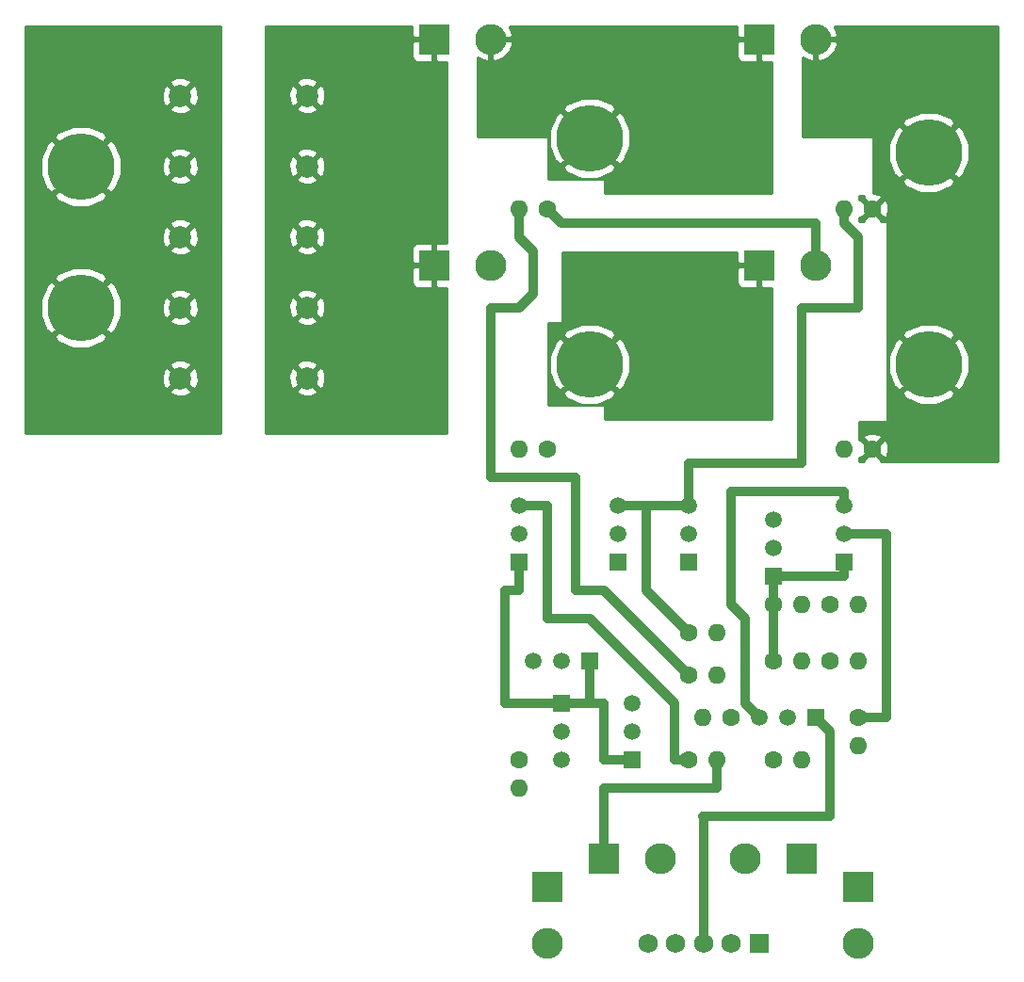
<source format=gbr>
G04 #@! TF.FileFunction,Copper,L2,Bot,Signal*
%FSLAX46Y46*%
G04 Gerber Fmt 4.6, Leading zero omitted, Abs format (unit mm)*
G04 Created by KiCad (PCBNEW 4.0.7) date 01/06/18 10:05:55*
%MOMM*%
%LPD*%
G01*
G04 APERTURE LIST*
%ADD10C,0.100000*%
%ADD11C,1.600000*%
%ADD12O,1.600000X1.600000*%
%ADD13C,1.520000*%
%ADD14R,1.520000X1.520000*%
%ADD15C,2.000000*%
%ADD16R,2.800000X2.800000*%
%ADD17O,2.800000X2.800000*%
%ADD18C,5.999480*%
%ADD19R,1.750000X1.750000*%
%ADD20C,1.750000*%
%ADD21C,0.812800*%
%ADD22C,0.254000*%
G04 APERTURE END LIST*
D10*
D11*
X132080000Y-85090000D03*
D12*
X129540000Y-85090000D03*
D13*
X153670000Y-109220000D03*
X151130000Y-109220000D03*
D14*
X156210000Y-109220000D03*
D11*
X148590000Y-109220000D03*
D12*
X146050000Y-109220000D03*
D15*
X110490000Y-72390000D03*
X99090000Y-72390000D03*
D16*
X132080000Y-124460000D03*
D17*
X132080000Y-129540000D03*
D16*
X137160000Y-121920000D03*
D17*
X142240000Y-121920000D03*
D16*
X154940000Y-121920000D03*
D17*
X149860000Y-121920000D03*
D16*
X160020000Y-124460000D03*
D17*
X160020000Y-129540000D03*
D16*
X121920000Y-68580000D03*
D17*
X127000000Y-68580000D03*
D16*
X151130000Y-68580000D03*
D17*
X156210000Y-68580000D03*
D16*
X121920000Y-48260000D03*
D17*
X127000000Y-48260000D03*
D16*
X151130000Y-48260000D03*
D17*
X156210000Y-48260000D03*
D18*
X166370000Y-77470000D03*
X90170000Y-59690000D03*
X135890000Y-77470000D03*
X135890000Y-57150000D03*
X90170000Y-72390000D03*
X166370000Y-58420000D03*
D13*
X133350000Y-110490000D03*
X133350000Y-113030000D03*
D14*
X133350000Y-107950000D03*
D13*
X133350000Y-104140000D03*
X130810000Y-104140000D03*
D14*
X135890000Y-104140000D03*
D13*
X158750000Y-92710000D03*
X158750000Y-90170000D03*
D14*
X158750000Y-95250000D03*
D13*
X129540000Y-92710000D03*
X129540000Y-90170000D03*
D14*
X129540000Y-95250000D03*
D13*
X138430000Y-92710000D03*
X138430000Y-90170000D03*
D14*
X138430000Y-95250000D03*
D13*
X139700000Y-110490000D03*
X139700000Y-107950000D03*
D14*
X139700000Y-113030000D03*
D13*
X152400000Y-93980000D03*
X152400000Y-91440000D03*
D14*
X152400000Y-96520000D03*
D13*
X144780000Y-92710000D03*
X144780000Y-90170000D03*
D14*
X144780000Y-95250000D03*
D11*
X157480000Y-104140000D03*
D12*
X160020000Y-104140000D03*
D11*
X152400000Y-113030000D03*
D12*
X154940000Y-113030000D03*
D11*
X152400000Y-104140000D03*
D12*
X154940000Y-104140000D03*
D11*
X129540000Y-113030000D03*
D12*
X129540000Y-115570000D03*
D11*
X144780000Y-113030000D03*
D12*
X147320000Y-113030000D03*
D11*
X157480000Y-99060000D03*
D12*
X160020000Y-99060000D03*
D11*
X144780000Y-101600000D03*
D12*
X147320000Y-101600000D03*
D11*
X152400000Y-99060000D03*
D12*
X154940000Y-99060000D03*
D11*
X144780000Y-105410000D03*
D12*
X147320000Y-105410000D03*
D11*
X160020000Y-109220000D03*
D12*
X160020000Y-111760000D03*
D11*
X161290000Y-85090000D03*
D12*
X158750000Y-85090000D03*
D11*
X132080000Y-63500000D03*
D12*
X129540000Y-63500000D03*
D11*
X161290000Y-63500000D03*
D12*
X158750000Y-63500000D03*
D15*
X110490000Y-53340000D03*
X99090000Y-53340000D03*
X110490000Y-59690000D03*
X99090000Y-59690000D03*
X110490000Y-66040000D03*
X99090000Y-66040000D03*
X110490000Y-78740000D03*
X99090000Y-78740000D03*
D19*
X151130000Y-129540000D03*
D20*
X148630000Y-129540000D03*
X146130000Y-129540000D03*
X143630000Y-129540000D03*
X141130000Y-129540000D03*
D21*
X147320000Y-118110000D02*
X146050000Y-118110000D01*
X146130000Y-118190000D02*
X146130000Y-120570000D01*
X146050000Y-118110000D02*
X146130000Y-118190000D01*
X132080000Y-63500000D02*
X133350000Y-64770000D01*
X158750000Y-95250000D02*
X158750000Y-96520000D01*
X152400000Y-96520000D02*
X158750000Y-96520000D01*
X156210000Y-109220000D02*
X157480000Y-110490000D01*
X146130000Y-120570000D02*
X146130000Y-129540000D01*
X157480000Y-118110000D02*
X147320000Y-118110000D01*
X157480000Y-110490000D02*
X157480000Y-118110000D01*
X135890000Y-107950000D02*
X137160000Y-107950000D01*
X137160000Y-113030000D02*
X139700000Y-113030000D01*
X137160000Y-107950000D02*
X137160000Y-113030000D01*
X133350000Y-107950000D02*
X135890000Y-107950000D01*
X135890000Y-107950000D02*
X135890000Y-104140000D01*
X152400000Y-96520000D02*
X152400000Y-99060000D01*
X128270000Y-107950000D02*
X128270000Y-97790000D01*
X133350000Y-107950000D02*
X132080000Y-107950000D01*
X132080000Y-107950000D02*
X128270000Y-107950000D01*
X132080000Y-63500000D02*
X132080000Y-63500000D01*
X156210000Y-64770000D02*
X156210000Y-68580000D01*
X133350000Y-64770000D02*
X156210000Y-64770000D01*
X156210000Y-67310000D02*
X156210000Y-68580000D01*
X129540000Y-95250000D02*
X129540000Y-97790000D01*
X128270000Y-97790000D02*
X129540000Y-97790000D01*
X152400000Y-99060000D02*
X152400000Y-104140000D01*
X147320000Y-113030000D02*
X147320000Y-115570000D01*
X137160000Y-115570000D02*
X137160000Y-121920000D01*
X147320000Y-115570000D02*
X137160000Y-115570000D01*
X158750000Y-90170000D02*
X158750000Y-88900000D01*
X158750000Y-88900000D02*
X157480000Y-88900000D01*
X149860000Y-107950000D02*
X151130000Y-109220000D01*
X149860000Y-100330000D02*
X149860000Y-107950000D01*
X148590000Y-99060000D02*
X149860000Y-100330000D01*
X148590000Y-88900000D02*
X148590000Y-99060000D01*
X157480000Y-88900000D02*
X148590000Y-88900000D01*
X158750000Y-92710000D02*
X162560000Y-92710000D01*
X162560000Y-92710000D02*
X162560000Y-109220000D01*
X162560000Y-109220000D02*
X160020000Y-109220000D01*
X160020000Y-109220000D02*
X160020000Y-109220000D01*
X144780000Y-113030000D02*
X143510000Y-113030000D01*
X143510000Y-110807500D02*
X143510000Y-107950000D01*
X143510000Y-107950000D02*
X135890000Y-100330000D01*
X135890000Y-100330000D02*
X132080000Y-100330000D01*
X132080000Y-90170000D02*
X129540000Y-90170000D01*
X132080000Y-100330000D02*
X132080000Y-90170000D01*
X143510000Y-113030000D02*
X143510000Y-110807500D01*
X143510000Y-110807500D02*
X143510000Y-110490000D01*
X143510000Y-110490000D02*
X143510000Y-110807500D01*
X144780000Y-90170000D02*
X144780000Y-86360000D01*
X158750000Y-64770000D02*
X158750000Y-63500000D01*
X160020000Y-66040000D02*
X158750000Y-64770000D01*
X160020000Y-72390000D02*
X160020000Y-66040000D01*
X154940000Y-72390000D02*
X160020000Y-72390000D01*
X154940000Y-86360000D02*
X154940000Y-72390000D01*
X144780000Y-86360000D02*
X154940000Y-86360000D01*
X140970000Y-97790000D02*
X144780000Y-101600000D01*
X144780000Y-90170000D02*
X140970000Y-90170000D01*
X138430000Y-90170000D02*
X140970000Y-90170000D01*
X140970000Y-90170000D02*
X140970000Y-97790000D01*
X129540000Y-63500000D02*
X129540000Y-66040000D01*
X129540000Y-66040000D02*
X130810000Y-67310000D01*
X144780000Y-105410000D02*
X137160000Y-97790000D01*
X130810000Y-71120000D02*
X130810000Y-67310000D01*
X127000000Y-72390000D02*
X129540000Y-72390000D01*
X127000000Y-87630000D02*
X127000000Y-72390000D01*
X134620000Y-87630000D02*
X127000000Y-87630000D01*
X134620000Y-97790000D02*
X134620000Y-87630000D01*
X137160000Y-97790000D02*
X134620000Y-97790000D01*
X129540000Y-72390000D02*
X130810000Y-71120000D01*
D22*
G36*
X149095000Y-47974250D02*
X149253750Y-48133000D01*
X151003000Y-48133000D01*
X151003000Y-48113000D01*
X151257000Y-48113000D01*
X151257000Y-48133000D01*
X151277000Y-48133000D01*
X151277000Y-48387000D01*
X151257000Y-48387000D01*
X151257000Y-50136250D01*
X151415750Y-50295000D01*
X152273000Y-50295000D01*
X152273000Y-62103000D01*
X137287000Y-62103000D01*
X137287000Y-60960000D01*
X137276994Y-60910590D01*
X137248553Y-60868965D01*
X137206159Y-60841685D01*
X137160000Y-60833000D01*
X132207000Y-60833000D01*
X132207000Y-59746443D01*
X133473162Y-59746443D01*
X133815723Y-60221063D01*
X135148863Y-60781084D01*
X136594834Y-60788305D01*
X137933501Y-60241627D01*
X137964277Y-60221063D01*
X138306838Y-59746443D01*
X135890000Y-57329605D01*
X133473162Y-59746443D01*
X132207000Y-59746443D01*
X132207000Y-57854834D01*
X132251695Y-57854834D01*
X132798373Y-59193501D01*
X132818937Y-59224277D01*
X133293557Y-59566838D01*
X135710395Y-57150000D01*
X136069605Y-57150000D01*
X138486443Y-59566838D01*
X138961063Y-59224277D01*
X139521084Y-57891137D01*
X139528305Y-56445166D01*
X138981627Y-55106499D01*
X138961063Y-55075723D01*
X138486443Y-54733162D01*
X136069605Y-57150000D01*
X135710395Y-57150000D01*
X133293557Y-54733162D01*
X132818937Y-55075723D01*
X132258916Y-56408863D01*
X132251695Y-57854834D01*
X132207000Y-57854834D01*
X132207000Y-57150000D01*
X132196994Y-57100590D01*
X132168553Y-57058965D01*
X132126159Y-57031685D01*
X132080000Y-57023000D01*
X125857000Y-57023000D01*
X125857000Y-54553557D01*
X133473162Y-54553557D01*
X135890000Y-56970395D01*
X138306838Y-54553557D01*
X137964277Y-54078937D01*
X136631137Y-53518916D01*
X135185166Y-53511695D01*
X133846499Y-54058373D01*
X133815723Y-54078937D01*
X133473162Y-54553557D01*
X125857000Y-54553557D01*
X125857000Y-49937093D01*
X126556839Y-50246167D01*
X126873000Y-50132290D01*
X126873000Y-48387000D01*
X127127000Y-48387000D01*
X127127000Y-50132290D01*
X127443161Y-50246167D01*
X128169501Y-49925389D01*
X128717795Y-49351070D01*
X128986160Y-48703160D01*
X128929296Y-48545750D01*
X149095000Y-48545750D01*
X149095000Y-49786310D01*
X149191673Y-50019699D01*
X149370302Y-50198327D01*
X149603691Y-50295000D01*
X150844250Y-50295000D01*
X151003000Y-50136250D01*
X151003000Y-48387000D01*
X149253750Y-48387000D01*
X149095000Y-48545750D01*
X128929296Y-48545750D01*
X128871947Y-48387000D01*
X127127000Y-48387000D01*
X126873000Y-48387000D01*
X126853000Y-48387000D01*
X126853000Y-48133000D01*
X126873000Y-48133000D01*
X126873000Y-48113000D01*
X127127000Y-48113000D01*
X127127000Y-48133000D01*
X128871947Y-48133000D01*
X128986160Y-47816840D01*
X128717795Y-47168930D01*
X128668218Y-47117000D01*
X149095000Y-47117000D01*
X149095000Y-47974250D01*
X149095000Y-47974250D01*
G37*
X149095000Y-47974250D02*
X149253750Y-48133000D01*
X151003000Y-48133000D01*
X151003000Y-48113000D01*
X151257000Y-48113000D01*
X151257000Y-48133000D01*
X151277000Y-48133000D01*
X151277000Y-48387000D01*
X151257000Y-48387000D01*
X151257000Y-50136250D01*
X151415750Y-50295000D01*
X152273000Y-50295000D01*
X152273000Y-62103000D01*
X137287000Y-62103000D01*
X137287000Y-60960000D01*
X137276994Y-60910590D01*
X137248553Y-60868965D01*
X137206159Y-60841685D01*
X137160000Y-60833000D01*
X132207000Y-60833000D01*
X132207000Y-59746443D01*
X133473162Y-59746443D01*
X133815723Y-60221063D01*
X135148863Y-60781084D01*
X136594834Y-60788305D01*
X137933501Y-60241627D01*
X137964277Y-60221063D01*
X138306838Y-59746443D01*
X135890000Y-57329605D01*
X133473162Y-59746443D01*
X132207000Y-59746443D01*
X132207000Y-57854834D01*
X132251695Y-57854834D01*
X132798373Y-59193501D01*
X132818937Y-59224277D01*
X133293557Y-59566838D01*
X135710395Y-57150000D01*
X136069605Y-57150000D01*
X138486443Y-59566838D01*
X138961063Y-59224277D01*
X139521084Y-57891137D01*
X139528305Y-56445166D01*
X138981627Y-55106499D01*
X138961063Y-55075723D01*
X138486443Y-54733162D01*
X136069605Y-57150000D01*
X135710395Y-57150000D01*
X133293557Y-54733162D01*
X132818937Y-55075723D01*
X132258916Y-56408863D01*
X132251695Y-57854834D01*
X132207000Y-57854834D01*
X132207000Y-57150000D01*
X132196994Y-57100590D01*
X132168553Y-57058965D01*
X132126159Y-57031685D01*
X132080000Y-57023000D01*
X125857000Y-57023000D01*
X125857000Y-54553557D01*
X133473162Y-54553557D01*
X135890000Y-56970395D01*
X138306838Y-54553557D01*
X137964277Y-54078937D01*
X136631137Y-53518916D01*
X135185166Y-53511695D01*
X133846499Y-54058373D01*
X133815723Y-54078937D01*
X133473162Y-54553557D01*
X125857000Y-54553557D01*
X125857000Y-49937093D01*
X126556839Y-50246167D01*
X126873000Y-50132290D01*
X126873000Y-48387000D01*
X127127000Y-48387000D01*
X127127000Y-50132290D01*
X127443161Y-50246167D01*
X128169501Y-49925389D01*
X128717795Y-49351070D01*
X128986160Y-48703160D01*
X128929296Y-48545750D01*
X149095000Y-48545750D01*
X149095000Y-49786310D01*
X149191673Y-50019699D01*
X149370302Y-50198327D01*
X149603691Y-50295000D01*
X150844250Y-50295000D01*
X151003000Y-50136250D01*
X151003000Y-48387000D01*
X149253750Y-48387000D01*
X149095000Y-48545750D01*
X128929296Y-48545750D01*
X128871947Y-48387000D01*
X127127000Y-48387000D01*
X126873000Y-48387000D01*
X126853000Y-48387000D01*
X126853000Y-48133000D01*
X126873000Y-48133000D01*
X126873000Y-48113000D01*
X127127000Y-48113000D01*
X127127000Y-48133000D01*
X128871947Y-48133000D01*
X128986160Y-47816840D01*
X128717795Y-47168930D01*
X128668218Y-47117000D01*
X149095000Y-47117000D01*
X149095000Y-47974250D01*
G36*
X102743000Y-83693000D02*
X85217000Y-83693000D01*
X85217000Y-79892532D01*
X98117073Y-79892532D01*
X98215736Y-80159387D01*
X98825461Y-80385908D01*
X99475460Y-80361856D01*
X99964264Y-80159387D01*
X100062927Y-79892532D01*
X99090000Y-78919605D01*
X98117073Y-79892532D01*
X85217000Y-79892532D01*
X85217000Y-78475461D01*
X97444092Y-78475461D01*
X97468144Y-79125460D01*
X97670613Y-79614264D01*
X97937468Y-79712927D01*
X98910395Y-78740000D01*
X99269605Y-78740000D01*
X100242532Y-79712927D01*
X100509387Y-79614264D01*
X100735908Y-79004539D01*
X100711856Y-78354540D01*
X100509387Y-77865736D01*
X100242532Y-77767073D01*
X99269605Y-78740000D01*
X98910395Y-78740000D01*
X97937468Y-77767073D01*
X97670613Y-77865736D01*
X97444092Y-78475461D01*
X85217000Y-78475461D01*
X85217000Y-77587468D01*
X98117073Y-77587468D01*
X99090000Y-78560395D01*
X100062927Y-77587468D01*
X99964264Y-77320613D01*
X99354539Y-77094092D01*
X98704540Y-77118144D01*
X98215736Y-77320613D01*
X98117073Y-77587468D01*
X85217000Y-77587468D01*
X85217000Y-74986443D01*
X87753162Y-74986443D01*
X88095723Y-75461063D01*
X89428863Y-76021084D01*
X90874834Y-76028305D01*
X92213501Y-75481627D01*
X92244277Y-75461063D01*
X92586838Y-74986443D01*
X90170000Y-72569605D01*
X87753162Y-74986443D01*
X85217000Y-74986443D01*
X85217000Y-73094834D01*
X86531695Y-73094834D01*
X87078373Y-74433501D01*
X87098937Y-74464277D01*
X87573557Y-74806838D01*
X89990395Y-72390000D01*
X90349605Y-72390000D01*
X92766443Y-74806838D01*
X93241063Y-74464277D01*
X93628266Y-73542532D01*
X98117073Y-73542532D01*
X98215736Y-73809387D01*
X98825461Y-74035908D01*
X99475460Y-74011856D01*
X99964264Y-73809387D01*
X100062927Y-73542532D01*
X99090000Y-72569605D01*
X98117073Y-73542532D01*
X93628266Y-73542532D01*
X93801084Y-73131137D01*
X93806106Y-72125461D01*
X97444092Y-72125461D01*
X97468144Y-72775460D01*
X97670613Y-73264264D01*
X97937468Y-73362927D01*
X98910395Y-72390000D01*
X99269605Y-72390000D01*
X100242532Y-73362927D01*
X100509387Y-73264264D01*
X100735908Y-72654539D01*
X100711856Y-72004540D01*
X100509387Y-71515736D01*
X100242532Y-71417073D01*
X99269605Y-72390000D01*
X98910395Y-72390000D01*
X97937468Y-71417073D01*
X97670613Y-71515736D01*
X97444092Y-72125461D01*
X93806106Y-72125461D01*
X93808305Y-71685166D01*
X93625477Y-71237468D01*
X98117073Y-71237468D01*
X99090000Y-72210395D01*
X100062927Y-71237468D01*
X99964264Y-70970613D01*
X99354539Y-70744092D01*
X98704540Y-70768144D01*
X98215736Y-70970613D01*
X98117073Y-71237468D01*
X93625477Y-71237468D01*
X93261627Y-70346499D01*
X93241063Y-70315723D01*
X92766443Y-69973162D01*
X90349605Y-72390000D01*
X89990395Y-72390000D01*
X87573557Y-69973162D01*
X87098937Y-70315723D01*
X86538916Y-71648863D01*
X86531695Y-73094834D01*
X85217000Y-73094834D01*
X85217000Y-69793557D01*
X87753162Y-69793557D01*
X90170000Y-72210395D01*
X92586838Y-69793557D01*
X92244277Y-69318937D01*
X90911137Y-68758916D01*
X89465166Y-68751695D01*
X88126499Y-69298373D01*
X88095723Y-69318937D01*
X87753162Y-69793557D01*
X85217000Y-69793557D01*
X85217000Y-67192532D01*
X98117073Y-67192532D01*
X98215736Y-67459387D01*
X98825461Y-67685908D01*
X99475460Y-67661856D01*
X99964264Y-67459387D01*
X100062927Y-67192532D01*
X99090000Y-66219605D01*
X98117073Y-67192532D01*
X85217000Y-67192532D01*
X85217000Y-65775461D01*
X97444092Y-65775461D01*
X97468144Y-66425460D01*
X97670613Y-66914264D01*
X97937468Y-67012927D01*
X98910395Y-66040000D01*
X99269605Y-66040000D01*
X100242532Y-67012927D01*
X100509387Y-66914264D01*
X100735908Y-66304539D01*
X100711856Y-65654540D01*
X100509387Y-65165736D01*
X100242532Y-65067073D01*
X99269605Y-66040000D01*
X98910395Y-66040000D01*
X97937468Y-65067073D01*
X97670613Y-65165736D01*
X97444092Y-65775461D01*
X85217000Y-65775461D01*
X85217000Y-64887468D01*
X98117073Y-64887468D01*
X99090000Y-65860395D01*
X100062927Y-64887468D01*
X99964264Y-64620613D01*
X99354539Y-64394092D01*
X98704540Y-64418144D01*
X98215736Y-64620613D01*
X98117073Y-64887468D01*
X85217000Y-64887468D01*
X85217000Y-62286443D01*
X87753162Y-62286443D01*
X88095723Y-62761063D01*
X89428863Y-63321084D01*
X90874834Y-63328305D01*
X92213501Y-62781627D01*
X92244277Y-62761063D01*
X92586838Y-62286443D01*
X90170000Y-59869605D01*
X87753162Y-62286443D01*
X85217000Y-62286443D01*
X85217000Y-60394834D01*
X86531695Y-60394834D01*
X87078373Y-61733501D01*
X87098937Y-61764277D01*
X87573557Y-62106838D01*
X89990395Y-59690000D01*
X90349605Y-59690000D01*
X92766443Y-62106838D01*
X93241063Y-61764277D01*
X93628266Y-60842532D01*
X98117073Y-60842532D01*
X98215736Y-61109387D01*
X98825461Y-61335908D01*
X99475460Y-61311856D01*
X99964264Y-61109387D01*
X100062927Y-60842532D01*
X99090000Y-59869605D01*
X98117073Y-60842532D01*
X93628266Y-60842532D01*
X93801084Y-60431137D01*
X93806106Y-59425461D01*
X97444092Y-59425461D01*
X97468144Y-60075460D01*
X97670613Y-60564264D01*
X97937468Y-60662927D01*
X98910395Y-59690000D01*
X99269605Y-59690000D01*
X100242532Y-60662927D01*
X100509387Y-60564264D01*
X100735908Y-59954539D01*
X100711856Y-59304540D01*
X100509387Y-58815736D01*
X100242532Y-58717073D01*
X99269605Y-59690000D01*
X98910395Y-59690000D01*
X97937468Y-58717073D01*
X97670613Y-58815736D01*
X97444092Y-59425461D01*
X93806106Y-59425461D01*
X93808305Y-58985166D01*
X93625477Y-58537468D01*
X98117073Y-58537468D01*
X99090000Y-59510395D01*
X100062927Y-58537468D01*
X99964264Y-58270613D01*
X99354539Y-58044092D01*
X98704540Y-58068144D01*
X98215736Y-58270613D01*
X98117073Y-58537468D01*
X93625477Y-58537468D01*
X93261627Y-57646499D01*
X93241063Y-57615723D01*
X92766443Y-57273162D01*
X90349605Y-59690000D01*
X89990395Y-59690000D01*
X87573557Y-57273162D01*
X87098937Y-57615723D01*
X86538916Y-58948863D01*
X86531695Y-60394834D01*
X85217000Y-60394834D01*
X85217000Y-57093557D01*
X87753162Y-57093557D01*
X90170000Y-59510395D01*
X92586838Y-57093557D01*
X92244277Y-56618937D01*
X90911137Y-56058916D01*
X89465166Y-56051695D01*
X88126499Y-56598373D01*
X88095723Y-56618937D01*
X87753162Y-57093557D01*
X85217000Y-57093557D01*
X85217000Y-54492532D01*
X98117073Y-54492532D01*
X98215736Y-54759387D01*
X98825461Y-54985908D01*
X99475460Y-54961856D01*
X99964264Y-54759387D01*
X100062927Y-54492532D01*
X99090000Y-53519605D01*
X98117073Y-54492532D01*
X85217000Y-54492532D01*
X85217000Y-53075461D01*
X97444092Y-53075461D01*
X97468144Y-53725460D01*
X97670613Y-54214264D01*
X97937468Y-54312927D01*
X98910395Y-53340000D01*
X99269605Y-53340000D01*
X100242532Y-54312927D01*
X100509387Y-54214264D01*
X100735908Y-53604539D01*
X100711856Y-52954540D01*
X100509387Y-52465736D01*
X100242532Y-52367073D01*
X99269605Y-53340000D01*
X98910395Y-53340000D01*
X97937468Y-52367073D01*
X97670613Y-52465736D01*
X97444092Y-53075461D01*
X85217000Y-53075461D01*
X85217000Y-52187468D01*
X98117073Y-52187468D01*
X99090000Y-53160395D01*
X100062927Y-52187468D01*
X99964264Y-51920613D01*
X99354539Y-51694092D01*
X98704540Y-51718144D01*
X98215736Y-51920613D01*
X98117073Y-52187468D01*
X85217000Y-52187468D01*
X85217000Y-47117000D01*
X102743000Y-47117000D01*
X102743000Y-83693000D01*
X102743000Y-83693000D01*
G37*
X102743000Y-83693000D02*
X85217000Y-83693000D01*
X85217000Y-79892532D01*
X98117073Y-79892532D01*
X98215736Y-80159387D01*
X98825461Y-80385908D01*
X99475460Y-80361856D01*
X99964264Y-80159387D01*
X100062927Y-79892532D01*
X99090000Y-78919605D01*
X98117073Y-79892532D01*
X85217000Y-79892532D01*
X85217000Y-78475461D01*
X97444092Y-78475461D01*
X97468144Y-79125460D01*
X97670613Y-79614264D01*
X97937468Y-79712927D01*
X98910395Y-78740000D01*
X99269605Y-78740000D01*
X100242532Y-79712927D01*
X100509387Y-79614264D01*
X100735908Y-79004539D01*
X100711856Y-78354540D01*
X100509387Y-77865736D01*
X100242532Y-77767073D01*
X99269605Y-78740000D01*
X98910395Y-78740000D01*
X97937468Y-77767073D01*
X97670613Y-77865736D01*
X97444092Y-78475461D01*
X85217000Y-78475461D01*
X85217000Y-77587468D01*
X98117073Y-77587468D01*
X99090000Y-78560395D01*
X100062927Y-77587468D01*
X99964264Y-77320613D01*
X99354539Y-77094092D01*
X98704540Y-77118144D01*
X98215736Y-77320613D01*
X98117073Y-77587468D01*
X85217000Y-77587468D01*
X85217000Y-74986443D01*
X87753162Y-74986443D01*
X88095723Y-75461063D01*
X89428863Y-76021084D01*
X90874834Y-76028305D01*
X92213501Y-75481627D01*
X92244277Y-75461063D01*
X92586838Y-74986443D01*
X90170000Y-72569605D01*
X87753162Y-74986443D01*
X85217000Y-74986443D01*
X85217000Y-73094834D01*
X86531695Y-73094834D01*
X87078373Y-74433501D01*
X87098937Y-74464277D01*
X87573557Y-74806838D01*
X89990395Y-72390000D01*
X90349605Y-72390000D01*
X92766443Y-74806838D01*
X93241063Y-74464277D01*
X93628266Y-73542532D01*
X98117073Y-73542532D01*
X98215736Y-73809387D01*
X98825461Y-74035908D01*
X99475460Y-74011856D01*
X99964264Y-73809387D01*
X100062927Y-73542532D01*
X99090000Y-72569605D01*
X98117073Y-73542532D01*
X93628266Y-73542532D01*
X93801084Y-73131137D01*
X93806106Y-72125461D01*
X97444092Y-72125461D01*
X97468144Y-72775460D01*
X97670613Y-73264264D01*
X97937468Y-73362927D01*
X98910395Y-72390000D01*
X99269605Y-72390000D01*
X100242532Y-73362927D01*
X100509387Y-73264264D01*
X100735908Y-72654539D01*
X100711856Y-72004540D01*
X100509387Y-71515736D01*
X100242532Y-71417073D01*
X99269605Y-72390000D01*
X98910395Y-72390000D01*
X97937468Y-71417073D01*
X97670613Y-71515736D01*
X97444092Y-72125461D01*
X93806106Y-72125461D01*
X93808305Y-71685166D01*
X93625477Y-71237468D01*
X98117073Y-71237468D01*
X99090000Y-72210395D01*
X100062927Y-71237468D01*
X99964264Y-70970613D01*
X99354539Y-70744092D01*
X98704540Y-70768144D01*
X98215736Y-70970613D01*
X98117073Y-71237468D01*
X93625477Y-71237468D01*
X93261627Y-70346499D01*
X93241063Y-70315723D01*
X92766443Y-69973162D01*
X90349605Y-72390000D01*
X89990395Y-72390000D01*
X87573557Y-69973162D01*
X87098937Y-70315723D01*
X86538916Y-71648863D01*
X86531695Y-73094834D01*
X85217000Y-73094834D01*
X85217000Y-69793557D01*
X87753162Y-69793557D01*
X90170000Y-72210395D01*
X92586838Y-69793557D01*
X92244277Y-69318937D01*
X90911137Y-68758916D01*
X89465166Y-68751695D01*
X88126499Y-69298373D01*
X88095723Y-69318937D01*
X87753162Y-69793557D01*
X85217000Y-69793557D01*
X85217000Y-67192532D01*
X98117073Y-67192532D01*
X98215736Y-67459387D01*
X98825461Y-67685908D01*
X99475460Y-67661856D01*
X99964264Y-67459387D01*
X100062927Y-67192532D01*
X99090000Y-66219605D01*
X98117073Y-67192532D01*
X85217000Y-67192532D01*
X85217000Y-65775461D01*
X97444092Y-65775461D01*
X97468144Y-66425460D01*
X97670613Y-66914264D01*
X97937468Y-67012927D01*
X98910395Y-66040000D01*
X99269605Y-66040000D01*
X100242532Y-67012927D01*
X100509387Y-66914264D01*
X100735908Y-66304539D01*
X100711856Y-65654540D01*
X100509387Y-65165736D01*
X100242532Y-65067073D01*
X99269605Y-66040000D01*
X98910395Y-66040000D01*
X97937468Y-65067073D01*
X97670613Y-65165736D01*
X97444092Y-65775461D01*
X85217000Y-65775461D01*
X85217000Y-64887468D01*
X98117073Y-64887468D01*
X99090000Y-65860395D01*
X100062927Y-64887468D01*
X99964264Y-64620613D01*
X99354539Y-64394092D01*
X98704540Y-64418144D01*
X98215736Y-64620613D01*
X98117073Y-64887468D01*
X85217000Y-64887468D01*
X85217000Y-62286443D01*
X87753162Y-62286443D01*
X88095723Y-62761063D01*
X89428863Y-63321084D01*
X90874834Y-63328305D01*
X92213501Y-62781627D01*
X92244277Y-62761063D01*
X92586838Y-62286443D01*
X90170000Y-59869605D01*
X87753162Y-62286443D01*
X85217000Y-62286443D01*
X85217000Y-60394834D01*
X86531695Y-60394834D01*
X87078373Y-61733501D01*
X87098937Y-61764277D01*
X87573557Y-62106838D01*
X89990395Y-59690000D01*
X90349605Y-59690000D01*
X92766443Y-62106838D01*
X93241063Y-61764277D01*
X93628266Y-60842532D01*
X98117073Y-60842532D01*
X98215736Y-61109387D01*
X98825461Y-61335908D01*
X99475460Y-61311856D01*
X99964264Y-61109387D01*
X100062927Y-60842532D01*
X99090000Y-59869605D01*
X98117073Y-60842532D01*
X93628266Y-60842532D01*
X93801084Y-60431137D01*
X93806106Y-59425461D01*
X97444092Y-59425461D01*
X97468144Y-60075460D01*
X97670613Y-60564264D01*
X97937468Y-60662927D01*
X98910395Y-59690000D01*
X99269605Y-59690000D01*
X100242532Y-60662927D01*
X100509387Y-60564264D01*
X100735908Y-59954539D01*
X100711856Y-59304540D01*
X100509387Y-58815736D01*
X100242532Y-58717073D01*
X99269605Y-59690000D01*
X98910395Y-59690000D01*
X97937468Y-58717073D01*
X97670613Y-58815736D01*
X97444092Y-59425461D01*
X93806106Y-59425461D01*
X93808305Y-58985166D01*
X93625477Y-58537468D01*
X98117073Y-58537468D01*
X99090000Y-59510395D01*
X100062927Y-58537468D01*
X99964264Y-58270613D01*
X99354539Y-58044092D01*
X98704540Y-58068144D01*
X98215736Y-58270613D01*
X98117073Y-58537468D01*
X93625477Y-58537468D01*
X93261627Y-57646499D01*
X93241063Y-57615723D01*
X92766443Y-57273162D01*
X90349605Y-59690000D01*
X89990395Y-59690000D01*
X87573557Y-57273162D01*
X87098937Y-57615723D01*
X86538916Y-58948863D01*
X86531695Y-60394834D01*
X85217000Y-60394834D01*
X85217000Y-57093557D01*
X87753162Y-57093557D01*
X90170000Y-59510395D01*
X92586838Y-57093557D01*
X92244277Y-56618937D01*
X90911137Y-56058916D01*
X89465166Y-56051695D01*
X88126499Y-56598373D01*
X88095723Y-56618937D01*
X87753162Y-57093557D01*
X85217000Y-57093557D01*
X85217000Y-54492532D01*
X98117073Y-54492532D01*
X98215736Y-54759387D01*
X98825461Y-54985908D01*
X99475460Y-54961856D01*
X99964264Y-54759387D01*
X100062927Y-54492532D01*
X99090000Y-53519605D01*
X98117073Y-54492532D01*
X85217000Y-54492532D01*
X85217000Y-53075461D01*
X97444092Y-53075461D01*
X97468144Y-53725460D01*
X97670613Y-54214264D01*
X97937468Y-54312927D01*
X98910395Y-53340000D01*
X99269605Y-53340000D01*
X100242532Y-54312927D01*
X100509387Y-54214264D01*
X100735908Y-53604539D01*
X100711856Y-52954540D01*
X100509387Y-52465736D01*
X100242532Y-52367073D01*
X99269605Y-53340000D01*
X98910395Y-53340000D01*
X97937468Y-52367073D01*
X97670613Y-52465736D01*
X97444092Y-53075461D01*
X85217000Y-53075461D01*
X85217000Y-52187468D01*
X98117073Y-52187468D01*
X99090000Y-53160395D01*
X100062927Y-52187468D01*
X99964264Y-51920613D01*
X99354539Y-51694092D01*
X98704540Y-51718144D01*
X98215736Y-51920613D01*
X98117073Y-52187468D01*
X85217000Y-52187468D01*
X85217000Y-47117000D01*
X102743000Y-47117000D01*
X102743000Y-83693000D01*
G36*
X119885000Y-47974250D02*
X120043750Y-48133000D01*
X121793000Y-48133000D01*
X121793000Y-48113000D01*
X122047000Y-48113000D01*
X122047000Y-48133000D01*
X122067000Y-48133000D01*
X122067000Y-48387000D01*
X122047000Y-48387000D01*
X122047000Y-50136250D01*
X122205750Y-50295000D01*
X123063000Y-50295000D01*
X123063000Y-66545000D01*
X122205750Y-66545000D01*
X122047000Y-66703750D01*
X122047000Y-68453000D01*
X122067000Y-68453000D01*
X122067000Y-68707000D01*
X122047000Y-68707000D01*
X122047000Y-70456250D01*
X122205750Y-70615000D01*
X123063000Y-70615000D01*
X123063000Y-83693000D01*
X106807000Y-83693000D01*
X106807000Y-79892532D01*
X109517073Y-79892532D01*
X109615736Y-80159387D01*
X110225461Y-80385908D01*
X110875460Y-80361856D01*
X111364264Y-80159387D01*
X111462927Y-79892532D01*
X110490000Y-78919605D01*
X109517073Y-79892532D01*
X106807000Y-79892532D01*
X106807000Y-78475461D01*
X108844092Y-78475461D01*
X108868144Y-79125460D01*
X109070613Y-79614264D01*
X109337468Y-79712927D01*
X110310395Y-78740000D01*
X110669605Y-78740000D01*
X111642532Y-79712927D01*
X111909387Y-79614264D01*
X112135908Y-79004539D01*
X112111856Y-78354540D01*
X111909387Y-77865736D01*
X111642532Y-77767073D01*
X110669605Y-78740000D01*
X110310395Y-78740000D01*
X109337468Y-77767073D01*
X109070613Y-77865736D01*
X108844092Y-78475461D01*
X106807000Y-78475461D01*
X106807000Y-77587468D01*
X109517073Y-77587468D01*
X110490000Y-78560395D01*
X111462927Y-77587468D01*
X111364264Y-77320613D01*
X110754539Y-77094092D01*
X110104540Y-77118144D01*
X109615736Y-77320613D01*
X109517073Y-77587468D01*
X106807000Y-77587468D01*
X106807000Y-73542532D01*
X109517073Y-73542532D01*
X109615736Y-73809387D01*
X110225461Y-74035908D01*
X110875460Y-74011856D01*
X111364264Y-73809387D01*
X111462927Y-73542532D01*
X110490000Y-72569605D01*
X109517073Y-73542532D01*
X106807000Y-73542532D01*
X106807000Y-72125461D01*
X108844092Y-72125461D01*
X108868144Y-72775460D01*
X109070613Y-73264264D01*
X109337468Y-73362927D01*
X110310395Y-72390000D01*
X110669605Y-72390000D01*
X111642532Y-73362927D01*
X111909387Y-73264264D01*
X112135908Y-72654539D01*
X112111856Y-72004540D01*
X111909387Y-71515736D01*
X111642532Y-71417073D01*
X110669605Y-72390000D01*
X110310395Y-72390000D01*
X109337468Y-71417073D01*
X109070613Y-71515736D01*
X108844092Y-72125461D01*
X106807000Y-72125461D01*
X106807000Y-71237468D01*
X109517073Y-71237468D01*
X110490000Y-72210395D01*
X111462927Y-71237468D01*
X111364264Y-70970613D01*
X110754539Y-70744092D01*
X110104540Y-70768144D01*
X109615736Y-70970613D01*
X109517073Y-71237468D01*
X106807000Y-71237468D01*
X106807000Y-68865750D01*
X119885000Y-68865750D01*
X119885000Y-70106310D01*
X119981673Y-70339699D01*
X120160302Y-70518327D01*
X120393691Y-70615000D01*
X121634250Y-70615000D01*
X121793000Y-70456250D01*
X121793000Y-68707000D01*
X120043750Y-68707000D01*
X119885000Y-68865750D01*
X106807000Y-68865750D01*
X106807000Y-67192532D01*
X109517073Y-67192532D01*
X109615736Y-67459387D01*
X110225461Y-67685908D01*
X110875460Y-67661856D01*
X111364264Y-67459387D01*
X111462927Y-67192532D01*
X111324085Y-67053690D01*
X119885000Y-67053690D01*
X119885000Y-68294250D01*
X120043750Y-68453000D01*
X121793000Y-68453000D01*
X121793000Y-66703750D01*
X121634250Y-66545000D01*
X120393691Y-66545000D01*
X120160302Y-66641673D01*
X119981673Y-66820301D01*
X119885000Y-67053690D01*
X111324085Y-67053690D01*
X110490000Y-66219605D01*
X109517073Y-67192532D01*
X106807000Y-67192532D01*
X106807000Y-65775461D01*
X108844092Y-65775461D01*
X108868144Y-66425460D01*
X109070613Y-66914264D01*
X109337468Y-67012927D01*
X110310395Y-66040000D01*
X110669605Y-66040000D01*
X111642532Y-67012927D01*
X111909387Y-66914264D01*
X112135908Y-66304539D01*
X112111856Y-65654540D01*
X111909387Y-65165736D01*
X111642532Y-65067073D01*
X110669605Y-66040000D01*
X110310395Y-66040000D01*
X109337468Y-65067073D01*
X109070613Y-65165736D01*
X108844092Y-65775461D01*
X106807000Y-65775461D01*
X106807000Y-64887468D01*
X109517073Y-64887468D01*
X110490000Y-65860395D01*
X111462927Y-64887468D01*
X111364264Y-64620613D01*
X110754539Y-64394092D01*
X110104540Y-64418144D01*
X109615736Y-64620613D01*
X109517073Y-64887468D01*
X106807000Y-64887468D01*
X106807000Y-60842532D01*
X109517073Y-60842532D01*
X109615736Y-61109387D01*
X110225461Y-61335908D01*
X110875460Y-61311856D01*
X111364264Y-61109387D01*
X111462927Y-60842532D01*
X110490000Y-59869605D01*
X109517073Y-60842532D01*
X106807000Y-60842532D01*
X106807000Y-59425461D01*
X108844092Y-59425461D01*
X108868144Y-60075460D01*
X109070613Y-60564264D01*
X109337468Y-60662927D01*
X110310395Y-59690000D01*
X110669605Y-59690000D01*
X111642532Y-60662927D01*
X111909387Y-60564264D01*
X112135908Y-59954539D01*
X112111856Y-59304540D01*
X111909387Y-58815736D01*
X111642532Y-58717073D01*
X110669605Y-59690000D01*
X110310395Y-59690000D01*
X109337468Y-58717073D01*
X109070613Y-58815736D01*
X108844092Y-59425461D01*
X106807000Y-59425461D01*
X106807000Y-58537468D01*
X109517073Y-58537468D01*
X110490000Y-59510395D01*
X111462927Y-58537468D01*
X111364264Y-58270613D01*
X110754539Y-58044092D01*
X110104540Y-58068144D01*
X109615736Y-58270613D01*
X109517073Y-58537468D01*
X106807000Y-58537468D01*
X106807000Y-54492532D01*
X109517073Y-54492532D01*
X109615736Y-54759387D01*
X110225461Y-54985908D01*
X110875460Y-54961856D01*
X111364264Y-54759387D01*
X111462927Y-54492532D01*
X110490000Y-53519605D01*
X109517073Y-54492532D01*
X106807000Y-54492532D01*
X106807000Y-53075461D01*
X108844092Y-53075461D01*
X108868144Y-53725460D01*
X109070613Y-54214264D01*
X109337468Y-54312927D01*
X110310395Y-53340000D01*
X110669605Y-53340000D01*
X111642532Y-54312927D01*
X111909387Y-54214264D01*
X112135908Y-53604539D01*
X112111856Y-52954540D01*
X111909387Y-52465736D01*
X111642532Y-52367073D01*
X110669605Y-53340000D01*
X110310395Y-53340000D01*
X109337468Y-52367073D01*
X109070613Y-52465736D01*
X108844092Y-53075461D01*
X106807000Y-53075461D01*
X106807000Y-52187468D01*
X109517073Y-52187468D01*
X110490000Y-53160395D01*
X111462927Y-52187468D01*
X111364264Y-51920613D01*
X110754539Y-51694092D01*
X110104540Y-51718144D01*
X109615736Y-51920613D01*
X109517073Y-52187468D01*
X106807000Y-52187468D01*
X106807000Y-48545750D01*
X119885000Y-48545750D01*
X119885000Y-49786310D01*
X119981673Y-50019699D01*
X120160302Y-50198327D01*
X120393691Y-50295000D01*
X121634250Y-50295000D01*
X121793000Y-50136250D01*
X121793000Y-48387000D01*
X120043750Y-48387000D01*
X119885000Y-48545750D01*
X106807000Y-48545750D01*
X106807000Y-47117000D01*
X119885000Y-47117000D01*
X119885000Y-47974250D01*
X119885000Y-47974250D01*
G37*
X119885000Y-47974250D02*
X120043750Y-48133000D01*
X121793000Y-48133000D01*
X121793000Y-48113000D01*
X122047000Y-48113000D01*
X122047000Y-48133000D01*
X122067000Y-48133000D01*
X122067000Y-48387000D01*
X122047000Y-48387000D01*
X122047000Y-50136250D01*
X122205750Y-50295000D01*
X123063000Y-50295000D01*
X123063000Y-66545000D01*
X122205750Y-66545000D01*
X122047000Y-66703750D01*
X122047000Y-68453000D01*
X122067000Y-68453000D01*
X122067000Y-68707000D01*
X122047000Y-68707000D01*
X122047000Y-70456250D01*
X122205750Y-70615000D01*
X123063000Y-70615000D01*
X123063000Y-83693000D01*
X106807000Y-83693000D01*
X106807000Y-79892532D01*
X109517073Y-79892532D01*
X109615736Y-80159387D01*
X110225461Y-80385908D01*
X110875460Y-80361856D01*
X111364264Y-80159387D01*
X111462927Y-79892532D01*
X110490000Y-78919605D01*
X109517073Y-79892532D01*
X106807000Y-79892532D01*
X106807000Y-78475461D01*
X108844092Y-78475461D01*
X108868144Y-79125460D01*
X109070613Y-79614264D01*
X109337468Y-79712927D01*
X110310395Y-78740000D01*
X110669605Y-78740000D01*
X111642532Y-79712927D01*
X111909387Y-79614264D01*
X112135908Y-79004539D01*
X112111856Y-78354540D01*
X111909387Y-77865736D01*
X111642532Y-77767073D01*
X110669605Y-78740000D01*
X110310395Y-78740000D01*
X109337468Y-77767073D01*
X109070613Y-77865736D01*
X108844092Y-78475461D01*
X106807000Y-78475461D01*
X106807000Y-77587468D01*
X109517073Y-77587468D01*
X110490000Y-78560395D01*
X111462927Y-77587468D01*
X111364264Y-77320613D01*
X110754539Y-77094092D01*
X110104540Y-77118144D01*
X109615736Y-77320613D01*
X109517073Y-77587468D01*
X106807000Y-77587468D01*
X106807000Y-73542532D01*
X109517073Y-73542532D01*
X109615736Y-73809387D01*
X110225461Y-74035908D01*
X110875460Y-74011856D01*
X111364264Y-73809387D01*
X111462927Y-73542532D01*
X110490000Y-72569605D01*
X109517073Y-73542532D01*
X106807000Y-73542532D01*
X106807000Y-72125461D01*
X108844092Y-72125461D01*
X108868144Y-72775460D01*
X109070613Y-73264264D01*
X109337468Y-73362927D01*
X110310395Y-72390000D01*
X110669605Y-72390000D01*
X111642532Y-73362927D01*
X111909387Y-73264264D01*
X112135908Y-72654539D01*
X112111856Y-72004540D01*
X111909387Y-71515736D01*
X111642532Y-71417073D01*
X110669605Y-72390000D01*
X110310395Y-72390000D01*
X109337468Y-71417073D01*
X109070613Y-71515736D01*
X108844092Y-72125461D01*
X106807000Y-72125461D01*
X106807000Y-71237468D01*
X109517073Y-71237468D01*
X110490000Y-72210395D01*
X111462927Y-71237468D01*
X111364264Y-70970613D01*
X110754539Y-70744092D01*
X110104540Y-70768144D01*
X109615736Y-70970613D01*
X109517073Y-71237468D01*
X106807000Y-71237468D01*
X106807000Y-68865750D01*
X119885000Y-68865750D01*
X119885000Y-70106310D01*
X119981673Y-70339699D01*
X120160302Y-70518327D01*
X120393691Y-70615000D01*
X121634250Y-70615000D01*
X121793000Y-70456250D01*
X121793000Y-68707000D01*
X120043750Y-68707000D01*
X119885000Y-68865750D01*
X106807000Y-68865750D01*
X106807000Y-67192532D01*
X109517073Y-67192532D01*
X109615736Y-67459387D01*
X110225461Y-67685908D01*
X110875460Y-67661856D01*
X111364264Y-67459387D01*
X111462927Y-67192532D01*
X111324085Y-67053690D01*
X119885000Y-67053690D01*
X119885000Y-68294250D01*
X120043750Y-68453000D01*
X121793000Y-68453000D01*
X121793000Y-66703750D01*
X121634250Y-66545000D01*
X120393691Y-66545000D01*
X120160302Y-66641673D01*
X119981673Y-66820301D01*
X119885000Y-67053690D01*
X111324085Y-67053690D01*
X110490000Y-66219605D01*
X109517073Y-67192532D01*
X106807000Y-67192532D01*
X106807000Y-65775461D01*
X108844092Y-65775461D01*
X108868144Y-66425460D01*
X109070613Y-66914264D01*
X109337468Y-67012927D01*
X110310395Y-66040000D01*
X110669605Y-66040000D01*
X111642532Y-67012927D01*
X111909387Y-66914264D01*
X112135908Y-66304539D01*
X112111856Y-65654540D01*
X111909387Y-65165736D01*
X111642532Y-65067073D01*
X110669605Y-66040000D01*
X110310395Y-66040000D01*
X109337468Y-65067073D01*
X109070613Y-65165736D01*
X108844092Y-65775461D01*
X106807000Y-65775461D01*
X106807000Y-64887468D01*
X109517073Y-64887468D01*
X110490000Y-65860395D01*
X111462927Y-64887468D01*
X111364264Y-64620613D01*
X110754539Y-64394092D01*
X110104540Y-64418144D01*
X109615736Y-64620613D01*
X109517073Y-64887468D01*
X106807000Y-64887468D01*
X106807000Y-60842532D01*
X109517073Y-60842532D01*
X109615736Y-61109387D01*
X110225461Y-61335908D01*
X110875460Y-61311856D01*
X111364264Y-61109387D01*
X111462927Y-60842532D01*
X110490000Y-59869605D01*
X109517073Y-60842532D01*
X106807000Y-60842532D01*
X106807000Y-59425461D01*
X108844092Y-59425461D01*
X108868144Y-60075460D01*
X109070613Y-60564264D01*
X109337468Y-60662927D01*
X110310395Y-59690000D01*
X110669605Y-59690000D01*
X111642532Y-60662927D01*
X111909387Y-60564264D01*
X112135908Y-59954539D01*
X112111856Y-59304540D01*
X111909387Y-58815736D01*
X111642532Y-58717073D01*
X110669605Y-59690000D01*
X110310395Y-59690000D01*
X109337468Y-58717073D01*
X109070613Y-58815736D01*
X108844092Y-59425461D01*
X106807000Y-59425461D01*
X106807000Y-58537468D01*
X109517073Y-58537468D01*
X110490000Y-59510395D01*
X111462927Y-58537468D01*
X111364264Y-58270613D01*
X110754539Y-58044092D01*
X110104540Y-58068144D01*
X109615736Y-58270613D01*
X109517073Y-58537468D01*
X106807000Y-58537468D01*
X106807000Y-54492532D01*
X109517073Y-54492532D01*
X109615736Y-54759387D01*
X110225461Y-54985908D01*
X110875460Y-54961856D01*
X111364264Y-54759387D01*
X111462927Y-54492532D01*
X110490000Y-53519605D01*
X109517073Y-54492532D01*
X106807000Y-54492532D01*
X106807000Y-53075461D01*
X108844092Y-53075461D01*
X108868144Y-53725460D01*
X109070613Y-54214264D01*
X109337468Y-54312927D01*
X110310395Y-53340000D01*
X110669605Y-53340000D01*
X111642532Y-54312927D01*
X111909387Y-54214264D01*
X112135908Y-53604539D01*
X112111856Y-52954540D01*
X111909387Y-52465736D01*
X111642532Y-52367073D01*
X110669605Y-53340000D01*
X110310395Y-53340000D01*
X109337468Y-52367073D01*
X109070613Y-52465736D01*
X108844092Y-53075461D01*
X106807000Y-53075461D01*
X106807000Y-52187468D01*
X109517073Y-52187468D01*
X110490000Y-53160395D01*
X111462927Y-52187468D01*
X111364264Y-51920613D01*
X110754539Y-51694092D01*
X110104540Y-51718144D01*
X109615736Y-51920613D01*
X109517073Y-52187468D01*
X106807000Y-52187468D01*
X106807000Y-48545750D01*
X119885000Y-48545750D01*
X119885000Y-49786310D01*
X119981673Y-50019699D01*
X120160302Y-50198327D01*
X120393691Y-50295000D01*
X121634250Y-50295000D01*
X121793000Y-50136250D01*
X121793000Y-48387000D01*
X120043750Y-48387000D01*
X119885000Y-48545750D01*
X106807000Y-48545750D01*
X106807000Y-47117000D01*
X119885000Y-47117000D01*
X119885000Y-47974250D01*
G36*
X149095000Y-68294250D02*
X149253750Y-68453000D01*
X151003000Y-68453000D01*
X151003000Y-68433000D01*
X151257000Y-68433000D01*
X151257000Y-68453000D01*
X151277000Y-68453000D01*
X151277000Y-68707000D01*
X151257000Y-68707000D01*
X151257000Y-70456250D01*
X151415750Y-70615000D01*
X152273000Y-70615000D01*
X152273000Y-82423000D01*
X137287000Y-82423000D01*
X137287000Y-81280000D01*
X137276994Y-81230590D01*
X137248553Y-81188965D01*
X137206159Y-81161685D01*
X137160000Y-81153000D01*
X132207000Y-81153000D01*
X132207000Y-80066443D01*
X133473162Y-80066443D01*
X133815723Y-80541063D01*
X135148863Y-81101084D01*
X136594834Y-81108305D01*
X137933501Y-80561627D01*
X137964277Y-80541063D01*
X138306838Y-80066443D01*
X135890000Y-77649605D01*
X133473162Y-80066443D01*
X132207000Y-80066443D01*
X132207000Y-78174834D01*
X132251695Y-78174834D01*
X132798373Y-79513501D01*
X132818937Y-79544277D01*
X133293557Y-79886838D01*
X135710395Y-77470000D01*
X136069605Y-77470000D01*
X138486443Y-79886838D01*
X138961063Y-79544277D01*
X139521084Y-78211137D01*
X139528305Y-76765166D01*
X138981627Y-75426499D01*
X138961063Y-75395723D01*
X138486443Y-75053162D01*
X136069605Y-77470000D01*
X135710395Y-77470000D01*
X133293557Y-75053162D01*
X132818937Y-75395723D01*
X132258916Y-76728863D01*
X132251695Y-78174834D01*
X132207000Y-78174834D01*
X132207000Y-74873557D01*
X133473162Y-74873557D01*
X135890000Y-77290395D01*
X138306838Y-74873557D01*
X137964277Y-74398937D01*
X136631137Y-73838916D01*
X135185166Y-73831695D01*
X133846499Y-74378373D01*
X133815723Y-74398937D01*
X133473162Y-74873557D01*
X132207000Y-74873557D01*
X132207000Y-73787000D01*
X133350000Y-73787000D01*
X133399410Y-73776994D01*
X133441035Y-73748553D01*
X133468315Y-73706159D01*
X133477000Y-73660000D01*
X133477000Y-68865750D01*
X149095000Y-68865750D01*
X149095000Y-70106310D01*
X149191673Y-70339699D01*
X149370302Y-70518327D01*
X149603691Y-70615000D01*
X150844250Y-70615000D01*
X151003000Y-70456250D01*
X151003000Y-68707000D01*
X149253750Y-68707000D01*
X149095000Y-68865750D01*
X133477000Y-68865750D01*
X133477000Y-67437000D01*
X149095000Y-67437000D01*
X149095000Y-68294250D01*
X149095000Y-68294250D01*
G37*
X149095000Y-68294250D02*
X149253750Y-68453000D01*
X151003000Y-68453000D01*
X151003000Y-68433000D01*
X151257000Y-68433000D01*
X151257000Y-68453000D01*
X151277000Y-68453000D01*
X151277000Y-68707000D01*
X151257000Y-68707000D01*
X151257000Y-70456250D01*
X151415750Y-70615000D01*
X152273000Y-70615000D01*
X152273000Y-82423000D01*
X137287000Y-82423000D01*
X137287000Y-81280000D01*
X137276994Y-81230590D01*
X137248553Y-81188965D01*
X137206159Y-81161685D01*
X137160000Y-81153000D01*
X132207000Y-81153000D01*
X132207000Y-80066443D01*
X133473162Y-80066443D01*
X133815723Y-80541063D01*
X135148863Y-81101084D01*
X136594834Y-81108305D01*
X137933501Y-80561627D01*
X137964277Y-80541063D01*
X138306838Y-80066443D01*
X135890000Y-77649605D01*
X133473162Y-80066443D01*
X132207000Y-80066443D01*
X132207000Y-78174834D01*
X132251695Y-78174834D01*
X132798373Y-79513501D01*
X132818937Y-79544277D01*
X133293557Y-79886838D01*
X135710395Y-77470000D01*
X136069605Y-77470000D01*
X138486443Y-79886838D01*
X138961063Y-79544277D01*
X139521084Y-78211137D01*
X139528305Y-76765166D01*
X138981627Y-75426499D01*
X138961063Y-75395723D01*
X138486443Y-75053162D01*
X136069605Y-77470000D01*
X135710395Y-77470000D01*
X133293557Y-75053162D01*
X132818937Y-75395723D01*
X132258916Y-76728863D01*
X132251695Y-78174834D01*
X132207000Y-78174834D01*
X132207000Y-74873557D01*
X133473162Y-74873557D01*
X135890000Y-77290395D01*
X138306838Y-74873557D01*
X137964277Y-74398937D01*
X136631137Y-73838916D01*
X135185166Y-73831695D01*
X133846499Y-74378373D01*
X133815723Y-74398937D01*
X133473162Y-74873557D01*
X132207000Y-74873557D01*
X132207000Y-73787000D01*
X133350000Y-73787000D01*
X133399410Y-73776994D01*
X133441035Y-73748553D01*
X133468315Y-73706159D01*
X133477000Y-73660000D01*
X133477000Y-68865750D01*
X149095000Y-68865750D01*
X149095000Y-70106310D01*
X149191673Y-70339699D01*
X149370302Y-70518327D01*
X149603691Y-70615000D01*
X150844250Y-70615000D01*
X151003000Y-70456250D01*
X151003000Y-68707000D01*
X149253750Y-68707000D01*
X149095000Y-68865750D01*
X133477000Y-68865750D01*
X133477000Y-67437000D01*
X149095000Y-67437000D01*
X149095000Y-68294250D01*
G36*
X172593000Y-86233000D02*
X162077399Y-86233000D01*
X162118139Y-86097745D01*
X161290000Y-85269605D01*
X160461861Y-86097745D01*
X160502601Y-86233000D01*
X160147000Y-86233000D01*
X160147000Y-85877399D01*
X160282255Y-85918139D01*
X161110395Y-85090000D01*
X161469605Y-85090000D01*
X162297745Y-85918139D01*
X162543864Y-85844005D01*
X162736965Y-85306777D01*
X162709778Y-84736546D01*
X162543864Y-84335995D01*
X162297745Y-84261861D01*
X161469605Y-85090000D01*
X161110395Y-85090000D01*
X160282255Y-84261861D01*
X160147000Y-84302601D01*
X160147000Y-84082255D01*
X160461861Y-84082255D01*
X161290000Y-84910395D01*
X162118139Y-84082255D01*
X162044005Y-83836136D01*
X161506777Y-83643035D01*
X160936546Y-83670222D01*
X160535995Y-83836136D01*
X160461861Y-84082255D01*
X160147000Y-84082255D01*
X160147000Y-82677000D01*
X162560000Y-82677000D01*
X162609410Y-82666994D01*
X162651035Y-82638553D01*
X162678315Y-82596159D01*
X162687000Y-82550000D01*
X162687000Y-80066443D01*
X163953162Y-80066443D01*
X164295723Y-80541063D01*
X165628863Y-81101084D01*
X167074834Y-81108305D01*
X168413501Y-80561627D01*
X168444277Y-80541063D01*
X168786838Y-80066443D01*
X166370000Y-77649605D01*
X163953162Y-80066443D01*
X162687000Y-80066443D01*
X162687000Y-78174834D01*
X162731695Y-78174834D01*
X163278373Y-79513501D01*
X163298937Y-79544277D01*
X163773557Y-79886838D01*
X166190395Y-77470000D01*
X166549605Y-77470000D01*
X168966443Y-79886838D01*
X169441063Y-79544277D01*
X170001084Y-78211137D01*
X170008305Y-76765166D01*
X169461627Y-75426499D01*
X169441063Y-75395723D01*
X168966443Y-75053162D01*
X166549605Y-77470000D01*
X166190395Y-77470000D01*
X163773557Y-75053162D01*
X163298937Y-75395723D01*
X162738916Y-76728863D01*
X162731695Y-78174834D01*
X162687000Y-78174834D01*
X162687000Y-74873557D01*
X163953162Y-74873557D01*
X166370000Y-77290395D01*
X168786838Y-74873557D01*
X168444277Y-74398937D01*
X167111137Y-73838916D01*
X165665166Y-73831695D01*
X164326499Y-74378373D01*
X164295723Y-74398937D01*
X163953162Y-74873557D01*
X162687000Y-74873557D01*
X162687000Y-64770000D01*
X162676994Y-64720590D01*
X162648553Y-64678965D01*
X162606159Y-64651685D01*
X162560000Y-64643000D01*
X162077399Y-64643000D01*
X162118139Y-64507745D01*
X161290000Y-63679605D01*
X160461861Y-64507745D01*
X160502601Y-64643000D01*
X160147000Y-64643000D01*
X160147000Y-64287399D01*
X160282255Y-64328139D01*
X161110395Y-63500000D01*
X161469605Y-63500000D01*
X162297745Y-64328139D01*
X162543864Y-64254005D01*
X162736965Y-63716777D01*
X162709778Y-63146546D01*
X162543864Y-62745995D01*
X162297745Y-62671861D01*
X161469605Y-63500000D01*
X161110395Y-63500000D01*
X160282255Y-62671861D01*
X160147000Y-62712601D01*
X160147000Y-62357000D01*
X160502601Y-62357000D01*
X160461861Y-62492255D01*
X161290000Y-63320395D01*
X162118139Y-62492255D01*
X162044005Y-62246136D01*
X161506777Y-62053035D01*
X161417000Y-62057315D01*
X161417000Y-61016443D01*
X163953162Y-61016443D01*
X164295723Y-61491063D01*
X165628863Y-62051084D01*
X167074834Y-62058305D01*
X168413501Y-61511627D01*
X168444277Y-61491063D01*
X168786838Y-61016443D01*
X166370000Y-58599605D01*
X163953162Y-61016443D01*
X161417000Y-61016443D01*
X161417000Y-59124834D01*
X162731695Y-59124834D01*
X163278373Y-60463501D01*
X163298937Y-60494277D01*
X163773557Y-60836838D01*
X166190395Y-58420000D01*
X166549605Y-58420000D01*
X168966443Y-60836838D01*
X169441063Y-60494277D01*
X170001084Y-59161137D01*
X170008305Y-57715166D01*
X169461627Y-56376499D01*
X169441063Y-56345723D01*
X168966443Y-56003162D01*
X166549605Y-58420000D01*
X166190395Y-58420000D01*
X163773557Y-56003162D01*
X163298937Y-56345723D01*
X162738916Y-57678863D01*
X162731695Y-59124834D01*
X161417000Y-59124834D01*
X161417000Y-57150000D01*
X161406994Y-57100590D01*
X161378553Y-57058965D01*
X161336159Y-57031685D01*
X161290000Y-57023000D01*
X155067000Y-57023000D01*
X155067000Y-55823557D01*
X163953162Y-55823557D01*
X166370000Y-58240395D01*
X168786838Y-55823557D01*
X168444277Y-55348937D01*
X167111137Y-54788916D01*
X165665166Y-54781695D01*
X164326499Y-55328373D01*
X164295723Y-55348937D01*
X163953162Y-55823557D01*
X155067000Y-55823557D01*
X155067000Y-49937093D01*
X155766839Y-50246167D01*
X156083000Y-50132290D01*
X156083000Y-48387000D01*
X156337000Y-48387000D01*
X156337000Y-50132290D01*
X156653161Y-50246167D01*
X157379501Y-49925389D01*
X157927795Y-49351070D01*
X158196160Y-48703160D01*
X158081947Y-48387000D01*
X156337000Y-48387000D01*
X156083000Y-48387000D01*
X156063000Y-48387000D01*
X156063000Y-48133000D01*
X156083000Y-48133000D01*
X156083000Y-48113000D01*
X156337000Y-48113000D01*
X156337000Y-48133000D01*
X158081947Y-48133000D01*
X158196160Y-47816840D01*
X157927795Y-47168930D01*
X157878218Y-47117000D01*
X172593000Y-47117000D01*
X172593000Y-86233000D01*
X172593000Y-86233000D01*
G37*
X172593000Y-86233000D02*
X162077399Y-86233000D01*
X162118139Y-86097745D01*
X161290000Y-85269605D01*
X160461861Y-86097745D01*
X160502601Y-86233000D01*
X160147000Y-86233000D01*
X160147000Y-85877399D01*
X160282255Y-85918139D01*
X161110395Y-85090000D01*
X161469605Y-85090000D01*
X162297745Y-85918139D01*
X162543864Y-85844005D01*
X162736965Y-85306777D01*
X162709778Y-84736546D01*
X162543864Y-84335995D01*
X162297745Y-84261861D01*
X161469605Y-85090000D01*
X161110395Y-85090000D01*
X160282255Y-84261861D01*
X160147000Y-84302601D01*
X160147000Y-84082255D01*
X160461861Y-84082255D01*
X161290000Y-84910395D01*
X162118139Y-84082255D01*
X162044005Y-83836136D01*
X161506777Y-83643035D01*
X160936546Y-83670222D01*
X160535995Y-83836136D01*
X160461861Y-84082255D01*
X160147000Y-84082255D01*
X160147000Y-82677000D01*
X162560000Y-82677000D01*
X162609410Y-82666994D01*
X162651035Y-82638553D01*
X162678315Y-82596159D01*
X162687000Y-82550000D01*
X162687000Y-80066443D01*
X163953162Y-80066443D01*
X164295723Y-80541063D01*
X165628863Y-81101084D01*
X167074834Y-81108305D01*
X168413501Y-80561627D01*
X168444277Y-80541063D01*
X168786838Y-80066443D01*
X166370000Y-77649605D01*
X163953162Y-80066443D01*
X162687000Y-80066443D01*
X162687000Y-78174834D01*
X162731695Y-78174834D01*
X163278373Y-79513501D01*
X163298937Y-79544277D01*
X163773557Y-79886838D01*
X166190395Y-77470000D01*
X166549605Y-77470000D01*
X168966443Y-79886838D01*
X169441063Y-79544277D01*
X170001084Y-78211137D01*
X170008305Y-76765166D01*
X169461627Y-75426499D01*
X169441063Y-75395723D01*
X168966443Y-75053162D01*
X166549605Y-77470000D01*
X166190395Y-77470000D01*
X163773557Y-75053162D01*
X163298937Y-75395723D01*
X162738916Y-76728863D01*
X162731695Y-78174834D01*
X162687000Y-78174834D01*
X162687000Y-74873557D01*
X163953162Y-74873557D01*
X166370000Y-77290395D01*
X168786838Y-74873557D01*
X168444277Y-74398937D01*
X167111137Y-73838916D01*
X165665166Y-73831695D01*
X164326499Y-74378373D01*
X164295723Y-74398937D01*
X163953162Y-74873557D01*
X162687000Y-74873557D01*
X162687000Y-64770000D01*
X162676994Y-64720590D01*
X162648553Y-64678965D01*
X162606159Y-64651685D01*
X162560000Y-64643000D01*
X162077399Y-64643000D01*
X162118139Y-64507745D01*
X161290000Y-63679605D01*
X160461861Y-64507745D01*
X160502601Y-64643000D01*
X160147000Y-64643000D01*
X160147000Y-64287399D01*
X160282255Y-64328139D01*
X161110395Y-63500000D01*
X161469605Y-63500000D01*
X162297745Y-64328139D01*
X162543864Y-64254005D01*
X162736965Y-63716777D01*
X162709778Y-63146546D01*
X162543864Y-62745995D01*
X162297745Y-62671861D01*
X161469605Y-63500000D01*
X161110395Y-63500000D01*
X160282255Y-62671861D01*
X160147000Y-62712601D01*
X160147000Y-62357000D01*
X160502601Y-62357000D01*
X160461861Y-62492255D01*
X161290000Y-63320395D01*
X162118139Y-62492255D01*
X162044005Y-62246136D01*
X161506777Y-62053035D01*
X161417000Y-62057315D01*
X161417000Y-61016443D01*
X163953162Y-61016443D01*
X164295723Y-61491063D01*
X165628863Y-62051084D01*
X167074834Y-62058305D01*
X168413501Y-61511627D01*
X168444277Y-61491063D01*
X168786838Y-61016443D01*
X166370000Y-58599605D01*
X163953162Y-61016443D01*
X161417000Y-61016443D01*
X161417000Y-59124834D01*
X162731695Y-59124834D01*
X163278373Y-60463501D01*
X163298937Y-60494277D01*
X163773557Y-60836838D01*
X166190395Y-58420000D01*
X166549605Y-58420000D01*
X168966443Y-60836838D01*
X169441063Y-60494277D01*
X170001084Y-59161137D01*
X170008305Y-57715166D01*
X169461627Y-56376499D01*
X169441063Y-56345723D01*
X168966443Y-56003162D01*
X166549605Y-58420000D01*
X166190395Y-58420000D01*
X163773557Y-56003162D01*
X163298937Y-56345723D01*
X162738916Y-57678863D01*
X162731695Y-59124834D01*
X161417000Y-59124834D01*
X161417000Y-57150000D01*
X161406994Y-57100590D01*
X161378553Y-57058965D01*
X161336159Y-57031685D01*
X161290000Y-57023000D01*
X155067000Y-57023000D01*
X155067000Y-55823557D01*
X163953162Y-55823557D01*
X166370000Y-58240395D01*
X168786838Y-55823557D01*
X168444277Y-55348937D01*
X167111137Y-54788916D01*
X165665166Y-54781695D01*
X164326499Y-55328373D01*
X164295723Y-55348937D01*
X163953162Y-55823557D01*
X155067000Y-55823557D01*
X155067000Y-49937093D01*
X155766839Y-50246167D01*
X156083000Y-50132290D01*
X156083000Y-48387000D01*
X156337000Y-48387000D01*
X156337000Y-50132290D01*
X156653161Y-50246167D01*
X157379501Y-49925389D01*
X157927795Y-49351070D01*
X158196160Y-48703160D01*
X158081947Y-48387000D01*
X156337000Y-48387000D01*
X156083000Y-48387000D01*
X156063000Y-48387000D01*
X156063000Y-48133000D01*
X156083000Y-48133000D01*
X156083000Y-48113000D01*
X156337000Y-48113000D01*
X156337000Y-48133000D01*
X158081947Y-48133000D01*
X158196160Y-47816840D01*
X157927795Y-47168930D01*
X157878218Y-47117000D01*
X172593000Y-47117000D01*
X172593000Y-86233000D01*
M02*

</source>
